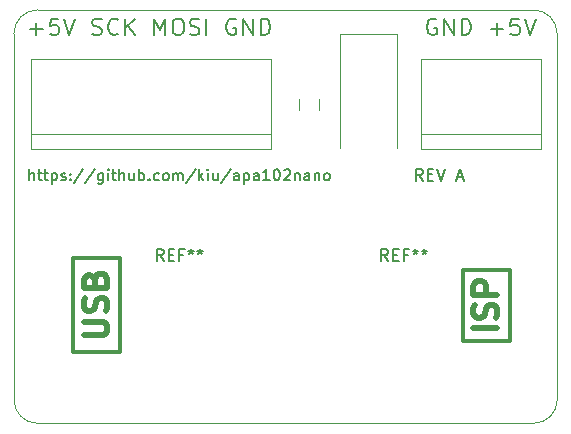
<source format=gto>
G04 #@! TF.GenerationSoftware,KiCad,Pcbnew,(6.0.0)*
G04 #@! TF.CreationDate,2022-01-15T23:36:52+01:00*
G04 #@! TF.ProjectId,apa102nano,61706131-3032-46e6-916e-6f2e6b696361,rev?*
G04 #@! TF.SameCoordinates,Original*
G04 #@! TF.FileFunction,Legend,Top*
G04 #@! TF.FilePolarity,Positive*
%FSLAX46Y46*%
G04 Gerber Fmt 4.6, Leading zero omitted, Abs format (unit mm)*
G04 Created by KiCad (PCBNEW (6.0.0)) date 2022-01-15 23:36:52*
%MOMM*%
%LPD*%
G01*
G04 APERTURE LIST*
%ADD10C,0.500000*%
%ADD11C,0.300000*%
G04 #@! TA.AperFunction,Profile*
%ADD12C,0.050000*%
G04 #@! TD*
%ADD13C,0.150000*%
%ADD14C,0.170000*%
%ADD15C,0.200000*%
%ADD16C,0.120000*%
%ADD17C,3.200000*%
%ADD18C,3.000000*%
%ADD19R,3.000000X3.000000*%
%ADD20R,1.250000X1.500000*%
%ADD21R,2.700000X3.750000*%
%ADD22C,1.524000*%
G04 APERTURE END LIST*
D10*
X99904761Y-72952380D02*
X97904761Y-72952380D01*
X99809523Y-72095238D02*
X99904761Y-71809523D01*
X99904761Y-71333333D01*
X99809523Y-71142857D01*
X99714285Y-71047619D01*
X99523809Y-70952380D01*
X99333333Y-70952380D01*
X99142857Y-71047619D01*
X99047619Y-71142857D01*
X98952380Y-71333333D01*
X98857142Y-71714285D01*
X98761904Y-71904761D01*
X98666666Y-72000000D01*
X98476190Y-72095238D01*
X98285714Y-72095238D01*
X98095238Y-72000000D01*
X98000000Y-71904761D01*
X97904761Y-71714285D01*
X97904761Y-71238095D01*
X98000000Y-70952380D01*
X99904761Y-70095238D02*
X97904761Y-70095238D01*
X97904761Y-69333333D01*
X98000000Y-69142857D01*
X98095238Y-69047619D01*
X98285714Y-68952380D01*
X98571428Y-68952380D01*
X98761904Y-69047619D01*
X98857142Y-69142857D01*
X98952380Y-69333333D01*
X98952380Y-70095238D01*
D11*
X101000000Y-74000000D02*
X97000000Y-74000000D01*
X101000000Y-68000000D02*
X101000000Y-74000000D01*
X97000000Y-74000000D02*
X97000000Y-68000000D01*
X97000000Y-68000000D02*
X101000000Y-68000000D01*
D12*
X103000000Y-46000000D02*
X61000000Y-46000000D01*
D11*
X64000000Y-75000000D02*
X64000000Y-67000000D01*
X68000000Y-67000000D02*
X68000000Y-75000000D01*
X68000000Y-75000000D02*
X64000000Y-75000000D01*
D12*
X105000000Y-48000000D02*
G75*
G03*
X103000000Y-46000000I-2000000J0D01*
G01*
X103000000Y-81000000D02*
G75*
G03*
X105000000Y-79000000I0J2000000D01*
G01*
X59000000Y-79000000D02*
G75*
G03*
X61000000Y-81000000I2000000J0D01*
G01*
X61000000Y-46000000D02*
G75*
G03*
X59000000Y-48000000I0J-2000000D01*
G01*
X105000000Y-79000000D02*
X105000000Y-48000000D01*
X61000000Y-81000000D02*
X103000000Y-81000000D01*
X59000000Y-48000000D02*
X59000000Y-79000000D01*
D11*
X64000000Y-67000000D02*
X68000000Y-67000000D01*
D10*
X64904761Y-73523809D02*
X66523809Y-73523809D01*
X66714285Y-73428571D01*
X66809523Y-73333333D01*
X66904761Y-73142857D01*
X66904761Y-72761904D01*
X66809523Y-72571428D01*
X66714285Y-72476190D01*
X66523809Y-72380952D01*
X64904761Y-72380952D01*
X66809523Y-71523809D02*
X66904761Y-71238095D01*
X66904761Y-70761904D01*
X66809523Y-70571428D01*
X66714285Y-70476190D01*
X66523809Y-70380952D01*
X66333333Y-70380952D01*
X66142857Y-70476190D01*
X66047619Y-70571428D01*
X65952380Y-70761904D01*
X65857142Y-71142857D01*
X65761904Y-71333333D01*
X65666666Y-71428571D01*
X65476190Y-71523809D01*
X65285714Y-71523809D01*
X65095238Y-71428571D01*
X65000000Y-71333333D01*
X64904761Y-71142857D01*
X64904761Y-70666666D01*
X65000000Y-70380952D01*
X65857142Y-68857142D02*
X65952380Y-68571428D01*
X66047619Y-68476190D01*
X66238095Y-68380952D01*
X66523809Y-68380952D01*
X66714285Y-68476190D01*
X66809523Y-68571428D01*
X66904761Y-68761904D01*
X66904761Y-69523809D01*
X64904761Y-69523809D01*
X64904761Y-68857142D01*
X65000000Y-68666666D01*
X65095238Y-68571428D01*
X65285714Y-68476190D01*
X65476190Y-68476190D01*
X65666666Y-68571428D01*
X65761904Y-68666666D01*
X65857142Y-68857142D01*
X65857142Y-69523809D01*
D13*
X93619047Y-60452380D02*
X93285714Y-59976190D01*
X93047619Y-60452380D02*
X93047619Y-59452380D01*
X93428571Y-59452380D01*
X93523809Y-59500000D01*
X93571428Y-59547619D01*
X93619047Y-59642857D01*
X93619047Y-59785714D01*
X93571428Y-59880952D01*
X93523809Y-59928571D01*
X93428571Y-59976190D01*
X93047619Y-59976190D01*
X94047619Y-59928571D02*
X94380952Y-59928571D01*
X94523809Y-60452380D02*
X94047619Y-60452380D01*
X94047619Y-59452380D01*
X94523809Y-59452380D01*
X94809523Y-59452380D02*
X95142857Y-60452380D01*
X95476190Y-59452380D01*
X96523809Y-60166666D02*
X97000000Y-60166666D01*
X96428571Y-60452380D02*
X96761904Y-59452380D01*
X97095238Y-60452380D01*
D14*
X60317142Y-60416190D02*
X60317142Y-59496190D01*
X60711428Y-60416190D02*
X60711428Y-59934285D01*
X60667619Y-59846666D01*
X60580000Y-59802857D01*
X60448571Y-59802857D01*
X60360952Y-59846666D01*
X60317142Y-59890476D01*
X61018095Y-59802857D02*
X61368571Y-59802857D01*
X61149523Y-59496190D02*
X61149523Y-60284761D01*
X61193333Y-60372380D01*
X61280952Y-60416190D01*
X61368571Y-60416190D01*
X61543809Y-59802857D02*
X61894285Y-59802857D01*
X61675238Y-59496190D02*
X61675238Y-60284761D01*
X61719047Y-60372380D01*
X61806666Y-60416190D01*
X61894285Y-60416190D01*
X62200952Y-59802857D02*
X62200952Y-60722857D01*
X62200952Y-59846666D02*
X62288571Y-59802857D01*
X62463809Y-59802857D01*
X62551428Y-59846666D01*
X62595238Y-59890476D01*
X62639047Y-59978095D01*
X62639047Y-60240952D01*
X62595238Y-60328571D01*
X62551428Y-60372380D01*
X62463809Y-60416190D01*
X62288571Y-60416190D01*
X62200952Y-60372380D01*
X62989523Y-60372380D02*
X63077142Y-60416190D01*
X63252380Y-60416190D01*
X63340000Y-60372380D01*
X63383809Y-60284761D01*
X63383809Y-60240952D01*
X63340000Y-60153333D01*
X63252380Y-60109523D01*
X63120952Y-60109523D01*
X63033333Y-60065714D01*
X62989523Y-59978095D01*
X62989523Y-59934285D01*
X63033333Y-59846666D01*
X63120952Y-59802857D01*
X63252380Y-59802857D01*
X63340000Y-59846666D01*
X63778095Y-60328571D02*
X63821904Y-60372380D01*
X63778095Y-60416190D01*
X63734285Y-60372380D01*
X63778095Y-60328571D01*
X63778095Y-60416190D01*
X63778095Y-59846666D02*
X63821904Y-59890476D01*
X63778095Y-59934285D01*
X63734285Y-59890476D01*
X63778095Y-59846666D01*
X63778095Y-59934285D01*
X64873333Y-59452380D02*
X64084761Y-60635238D01*
X65837142Y-59452380D02*
X65048571Y-60635238D01*
X66538095Y-59802857D02*
X66538095Y-60547619D01*
X66494285Y-60635238D01*
X66450476Y-60679047D01*
X66362857Y-60722857D01*
X66231428Y-60722857D01*
X66143809Y-60679047D01*
X66538095Y-60372380D02*
X66450476Y-60416190D01*
X66275238Y-60416190D01*
X66187619Y-60372380D01*
X66143809Y-60328571D01*
X66100000Y-60240952D01*
X66100000Y-59978095D01*
X66143809Y-59890476D01*
X66187619Y-59846666D01*
X66275238Y-59802857D01*
X66450476Y-59802857D01*
X66538095Y-59846666D01*
X66976190Y-60416190D02*
X66976190Y-59802857D01*
X66976190Y-59496190D02*
X66932380Y-59540000D01*
X66976190Y-59583809D01*
X67020000Y-59540000D01*
X66976190Y-59496190D01*
X66976190Y-59583809D01*
X67282857Y-59802857D02*
X67633333Y-59802857D01*
X67414285Y-59496190D02*
X67414285Y-60284761D01*
X67458095Y-60372380D01*
X67545714Y-60416190D01*
X67633333Y-60416190D01*
X67940000Y-60416190D02*
X67940000Y-59496190D01*
X68334285Y-60416190D02*
X68334285Y-59934285D01*
X68290476Y-59846666D01*
X68202857Y-59802857D01*
X68071428Y-59802857D01*
X67983809Y-59846666D01*
X67940000Y-59890476D01*
X69166666Y-59802857D02*
X69166666Y-60416190D01*
X68772380Y-59802857D02*
X68772380Y-60284761D01*
X68816190Y-60372380D01*
X68903809Y-60416190D01*
X69035238Y-60416190D01*
X69122857Y-60372380D01*
X69166666Y-60328571D01*
X69604761Y-60416190D02*
X69604761Y-59496190D01*
X69604761Y-59846666D02*
X69692380Y-59802857D01*
X69867619Y-59802857D01*
X69955238Y-59846666D01*
X69999047Y-59890476D01*
X70042857Y-59978095D01*
X70042857Y-60240952D01*
X69999047Y-60328571D01*
X69955238Y-60372380D01*
X69867619Y-60416190D01*
X69692380Y-60416190D01*
X69604761Y-60372380D01*
X70437142Y-60328571D02*
X70480952Y-60372380D01*
X70437142Y-60416190D01*
X70393333Y-60372380D01*
X70437142Y-60328571D01*
X70437142Y-60416190D01*
X71269523Y-60372380D02*
X71181904Y-60416190D01*
X71006666Y-60416190D01*
X70919047Y-60372380D01*
X70875238Y-60328571D01*
X70831428Y-60240952D01*
X70831428Y-59978095D01*
X70875238Y-59890476D01*
X70919047Y-59846666D01*
X71006666Y-59802857D01*
X71181904Y-59802857D01*
X71269523Y-59846666D01*
X71795238Y-60416190D02*
X71707619Y-60372380D01*
X71663809Y-60328571D01*
X71620000Y-60240952D01*
X71620000Y-59978095D01*
X71663809Y-59890476D01*
X71707619Y-59846666D01*
X71795238Y-59802857D01*
X71926666Y-59802857D01*
X72014285Y-59846666D01*
X72058095Y-59890476D01*
X72101904Y-59978095D01*
X72101904Y-60240952D01*
X72058095Y-60328571D01*
X72014285Y-60372380D01*
X71926666Y-60416190D01*
X71795238Y-60416190D01*
X72496190Y-60416190D02*
X72496190Y-59802857D01*
X72496190Y-59890476D02*
X72540000Y-59846666D01*
X72627619Y-59802857D01*
X72759047Y-59802857D01*
X72846666Y-59846666D01*
X72890476Y-59934285D01*
X72890476Y-60416190D01*
X72890476Y-59934285D02*
X72934285Y-59846666D01*
X73021904Y-59802857D01*
X73153333Y-59802857D01*
X73240952Y-59846666D01*
X73284761Y-59934285D01*
X73284761Y-60416190D01*
X74380000Y-59452380D02*
X73591428Y-60635238D01*
X74686666Y-60416190D02*
X74686666Y-59496190D01*
X74774285Y-60065714D02*
X75037142Y-60416190D01*
X75037142Y-59802857D02*
X74686666Y-60153333D01*
X75431428Y-60416190D02*
X75431428Y-59802857D01*
X75431428Y-59496190D02*
X75387619Y-59540000D01*
X75431428Y-59583809D01*
X75475238Y-59540000D01*
X75431428Y-59496190D01*
X75431428Y-59583809D01*
X76263809Y-59802857D02*
X76263809Y-60416190D01*
X75869523Y-59802857D02*
X75869523Y-60284761D01*
X75913333Y-60372380D01*
X76000952Y-60416190D01*
X76132380Y-60416190D01*
X76220000Y-60372380D01*
X76263809Y-60328571D01*
X77359047Y-59452380D02*
X76570476Y-60635238D01*
X78060000Y-60416190D02*
X78060000Y-59934285D01*
X78016190Y-59846666D01*
X77928571Y-59802857D01*
X77753333Y-59802857D01*
X77665714Y-59846666D01*
X78060000Y-60372380D02*
X77972380Y-60416190D01*
X77753333Y-60416190D01*
X77665714Y-60372380D01*
X77621904Y-60284761D01*
X77621904Y-60197142D01*
X77665714Y-60109523D01*
X77753333Y-60065714D01*
X77972380Y-60065714D01*
X78060000Y-60021904D01*
X78498095Y-59802857D02*
X78498095Y-60722857D01*
X78498095Y-59846666D02*
X78585714Y-59802857D01*
X78760952Y-59802857D01*
X78848571Y-59846666D01*
X78892380Y-59890476D01*
X78936190Y-59978095D01*
X78936190Y-60240952D01*
X78892380Y-60328571D01*
X78848571Y-60372380D01*
X78760952Y-60416190D01*
X78585714Y-60416190D01*
X78498095Y-60372380D01*
X79724761Y-60416190D02*
X79724761Y-59934285D01*
X79680952Y-59846666D01*
X79593333Y-59802857D01*
X79418095Y-59802857D01*
X79330476Y-59846666D01*
X79724761Y-60372380D02*
X79637142Y-60416190D01*
X79418095Y-60416190D01*
X79330476Y-60372380D01*
X79286666Y-60284761D01*
X79286666Y-60197142D01*
X79330476Y-60109523D01*
X79418095Y-60065714D01*
X79637142Y-60065714D01*
X79724761Y-60021904D01*
X80644761Y-60416190D02*
X80119047Y-60416190D01*
X80381904Y-60416190D02*
X80381904Y-59496190D01*
X80294285Y-59627619D01*
X80206666Y-59715238D01*
X80119047Y-59759047D01*
X81214285Y-59496190D02*
X81301904Y-59496190D01*
X81389523Y-59540000D01*
X81433333Y-59583809D01*
X81477142Y-59671428D01*
X81520952Y-59846666D01*
X81520952Y-60065714D01*
X81477142Y-60240952D01*
X81433333Y-60328571D01*
X81389523Y-60372380D01*
X81301904Y-60416190D01*
X81214285Y-60416190D01*
X81126666Y-60372380D01*
X81082857Y-60328571D01*
X81039047Y-60240952D01*
X80995238Y-60065714D01*
X80995238Y-59846666D01*
X81039047Y-59671428D01*
X81082857Y-59583809D01*
X81126666Y-59540000D01*
X81214285Y-59496190D01*
X81871428Y-59583809D02*
X81915238Y-59540000D01*
X82002857Y-59496190D01*
X82221904Y-59496190D01*
X82309523Y-59540000D01*
X82353333Y-59583809D01*
X82397142Y-59671428D01*
X82397142Y-59759047D01*
X82353333Y-59890476D01*
X81827619Y-60416190D01*
X82397142Y-60416190D01*
X82791428Y-59802857D02*
X82791428Y-60416190D01*
X82791428Y-59890476D02*
X82835238Y-59846666D01*
X82922857Y-59802857D01*
X83054285Y-59802857D01*
X83141904Y-59846666D01*
X83185714Y-59934285D01*
X83185714Y-60416190D01*
X84018095Y-60416190D02*
X84018095Y-59934285D01*
X83974285Y-59846666D01*
X83886666Y-59802857D01*
X83711428Y-59802857D01*
X83623809Y-59846666D01*
X84018095Y-60372380D02*
X83930476Y-60416190D01*
X83711428Y-60416190D01*
X83623809Y-60372380D01*
X83580000Y-60284761D01*
X83580000Y-60197142D01*
X83623809Y-60109523D01*
X83711428Y-60065714D01*
X83930476Y-60065714D01*
X84018095Y-60021904D01*
X84456190Y-59802857D02*
X84456190Y-60416190D01*
X84456190Y-59890476D02*
X84500000Y-59846666D01*
X84587619Y-59802857D01*
X84719047Y-59802857D01*
X84806666Y-59846666D01*
X84850476Y-59934285D01*
X84850476Y-60416190D01*
X85420000Y-60416190D02*
X85332380Y-60372380D01*
X85288571Y-60328571D01*
X85244761Y-60240952D01*
X85244761Y-59978095D01*
X85288571Y-59890476D01*
X85332380Y-59846666D01*
X85420000Y-59802857D01*
X85551428Y-59802857D01*
X85639047Y-59846666D01*
X85682857Y-59890476D01*
X85726666Y-59978095D01*
X85726666Y-60240952D01*
X85682857Y-60328571D01*
X85639047Y-60372380D01*
X85551428Y-60416190D01*
X85420000Y-60416190D01*
D15*
X94766666Y-46800000D02*
X94633333Y-46733333D01*
X94433333Y-46733333D01*
X94233333Y-46800000D01*
X94100000Y-46933333D01*
X94033333Y-47066666D01*
X93966666Y-47333333D01*
X93966666Y-47533333D01*
X94033333Y-47800000D01*
X94100000Y-47933333D01*
X94233333Y-48066666D01*
X94433333Y-48133333D01*
X94566666Y-48133333D01*
X94766666Y-48066666D01*
X94833333Y-48000000D01*
X94833333Y-47533333D01*
X94566666Y-47533333D01*
X95433333Y-48133333D02*
X95433333Y-46733333D01*
X96233333Y-48133333D01*
X96233333Y-46733333D01*
X96900000Y-48133333D02*
X96900000Y-46733333D01*
X97233333Y-46733333D01*
X97433333Y-46800000D01*
X97566666Y-46933333D01*
X97633333Y-47066666D01*
X97700000Y-47333333D01*
X97700000Y-47533333D01*
X97633333Y-47800000D01*
X97566666Y-47933333D01*
X97433333Y-48066666D01*
X97233333Y-48133333D01*
X96900000Y-48133333D01*
X99366666Y-47600000D02*
X100433333Y-47600000D01*
X99900000Y-48133333D02*
X99900000Y-47066666D01*
X101766666Y-46733333D02*
X101100000Y-46733333D01*
X101033333Y-47400000D01*
X101100000Y-47333333D01*
X101233333Y-47266666D01*
X101566666Y-47266666D01*
X101700000Y-47333333D01*
X101766666Y-47400000D01*
X101833333Y-47533333D01*
X101833333Y-47866666D01*
X101766666Y-48000000D01*
X101700000Y-48066666D01*
X101566666Y-48133333D01*
X101233333Y-48133333D01*
X101100000Y-48066666D01*
X101033333Y-48000000D01*
X102233333Y-46733333D02*
X102700000Y-48133333D01*
X103166666Y-46733333D01*
X60366666Y-47600000D02*
X61433333Y-47600000D01*
X60900000Y-48133333D02*
X60900000Y-47066666D01*
X62766666Y-46733333D02*
X62100000Y-46733333D01*
X62033333Y-47400000D01*
X62100000Y-47333333D01*
X62233333Y-47266666D01*
X62566666Y-47266666D01*
X62700000Y-47333333D01*
X62766666Y-47400000D01*
X62833333Y-47533333D01*
X62833333Y-47866666D01*
X62766666Y-48000000D01*
X62700000Y-48066666D01*
X62566666Y-48133333D01*
X62233333Y-48133333D01*
X62100000Y-48066666D01*
X62033333Y-48000000D01*
X63233333Y-46733333D02*
X63700000Y-48133333D01*
X64166666Y-46733333D01*
X65633333Y-48066666D02*
X65833333Y-48133333D01*
X66166666Y-48133333D01*
X66300000Y-48066666D01*
X66366666Y-48000000D01*
X66433333Y-47866666D01*
X66433333Y-47733333D01*
X66366666Y-47600000D01*
X66300000Y-47533333D01*
X66166666Y-47466666D01*
X65900000Y-47400000D01*
X65766666Y-47333333D01*
X65700000Y-47266666D01*
X65633333Y-47133333D01*
X65633333Y-47000000D01*
X65700000Y-46866666D01*
X65766666Y-46800000D01*
X65900000Y-46733333D01*
X66233333Y-46733333D01*
X66433333Y-46800000D01*
X67833333Y-48000000D02*
X67766666Y-48066666D01*
X67566666Y-48133333D01*
X67433333Y-48133333D01*
X67233333Y-48066666D01*
X67100000Y-47933333D01*
X67033333Y-47800000D01*
X66966666Y-47533333D01*
X66966666Y-47333333D01*
X67033333Y-47066666D01*
X67100000Y-46933333D01*
X67233333Y-46800000D01*
X67433333Y-46733333D01*
X67566666Y-46733333D01*
X67766666Y-46800000D01*
X67833333Y-46866666D01*
X68433333Y-48133333D02*
X68433333Y-46733333D01*
X69233333Y-48133333D02*
X68633333Y-47333333D01*
X69233333Y-46733333D02*
X68433333Y-47533333D01*
X70900000Y-48133333D02*
X70900000Y-46733333D01*
X71366666Y-47733333D01*
X71833333Y-46733333D01*
X71833333Y-48133333D01*
X72766666Y-46733333D02*
X73033333Y-46733333D01*
X73166666Y-46800000D01*
X73300000Y-46933333D01*
X73366666Y-47200000D01*
X73366666Y-47666666D01*
X73300000Y-47933333D01*
X73166666Y-48066666D01*
X73033333Y-48133333D01*
X72766666Y-48133333D01*
X72633333Y-48066666D01*
X72500000Y-47933333D01*
X72433333Y-47666666D01*
X72433333Y-47200000D01*
X72500000Y-46933333D01*
X72633333Y-46800000D01*
X72766666Y-46733333D01*
X73900000Y-48066666D02*
X74100000Y-48133333D01*
X74433333Y-48133333D01*
X74566666Y-48066666D01*
X74633333Y-48000000D01*
X74700000Y-47866666D01*
X74700000Y-47733333D01*
X74633333Y-47600000D01*
X74566666Y-47533333D01*
X74433333Y-47466666D01*
X74166666Y-47400000D01*
X74033333Y-47333333D01*
X73966666Y-47266666D01*
X73900000Y-47133333D01*
X73900000Y-47000000D01*
X73966666Y-46866666D01*
X74033333Y-46800000D01*
X74166666Y-46733333D01*
X74500000Y-46733333D01*
X74700000Y-46800000D01*
X75300000Y-48133333D02*
X75300000Y-46733333D01*
X77766666Y-46800000D02*
X77633333Y-46733333D01*
X77433333Y-46733333D01*
X77233333Y-46800000D01*
X77100000Y-46933333D01*
X77033333Y-47066666D01*
X76966666Y-47333333D01*
X76966666Y-47533333D01*
X77033333Y-47800000D01*
X77100000Y-47933333D01*
X77233333Y-48066666D01*
X77433333Y-48133333D01*
X77566666Y-48133333D01*
X77766666Y-48066666D01*
X77833333Y-48000000D01*
X77833333Y-47533333D01*
X77566666Y-47533333D01*
X78433333Y-48133333D02*
X78433333Y-46733333D01*
X79233333Y-48133333D01*
X79233333Y-46733333D01*
X79900000Y-48133333D02*
X79900000Y-46733333D01*
X80233333Y-46733333D01*
X80433333Y-46800000D01*
X80566666Y-46933333D01*
X80633333Y-47066666D01*
X80700000Y-47333333D01*
X80700000Y-47533333D01*
X80633333Y-47800000D01*
X80566666Y-47933333D01*
X80433333Y-48066666D01*
X80233333Y-48133333D01*
X79900000Y-48133333D01*
D13*
X71666666Y-67252380D02*
X71333333Y-66776190D01*
X71095238Y-67252380D02*
X71095238Y-66252380D01*
X71476190Y-66252380D01*
X71571428Y-66300000D01*
X71619047Y-66347619D01*
X71666666Y-66442857D01*
X71666666Y-66585714D01*
X71619047Y-66680952D01*
X71571428Y-66728571D01*
X71476190Y-66776190D01*
X71095238Y-66776190D01*
X72095238Y-66728571D02*
X72428571Y-66728571D01*
X72571428Y-67252380D02*
X72095238Y-67252380D01*
X72095238Y-66252380D01*
X72571428Y-66252380D01*
X73333333Y-66728571D02*
X73000000Y-66728571D01*
X73000000Y-67252380D02*
X73000000Y-66252380D01*
X73476190Y-66252380D01*
X74000000Y-66252380D02*
X74000000Y-66490476D01*
X73761904Y-66395238D02*
X74000000Y-66490476D01*
X74238095Y-66395238D01*
X73857142Y-66680952D02*
X74000000Y-66490476D01*
X74142857Y-66680952D01*
X74761904Y-66252380D02*
X74761904Y-66490476D01*
X74523809Y-66395238D02*
X74761904Y-66490476D01*
X75000000Y-66395238D01*
X74619047Y-66680952D02*
X74761904Y-66490476D01*
X74904761Y-66680952D01*
X90666666Y-67252380D02*
X90333333Y-66776190D01*
X90095238Y-67252380D02*
X90095238Y-66252380D01*
X90476190Y-66252380D01*
X90571428Y-66300000D01*
X90619047Y-66347619D01*
X90666666Y-66442857D01*
X90666666Y-66585714D01*
X90619047Y-66680952D01*
X90571428Y-66728571D01*
X90476190Y-66776190D01*
X90095238Y-66776190D01*
X91095238Y-66728571D02*
X91428571Y-66728571D01*
X91571428Y-67252380D02*
X91095238Y-67252380D01*
X91095238Y-66252380D01*
X91571428Y-66252380D01*
X92333333Y-66728571D02*
X92000000Y-66728571D01*
X92000000Y-67252380D02*
X92000000Y-66252380D01*
X92476190Y-66252380D01*
X93000000Y-66252380D02*
X93000000Y-66490476D01*
X92761904Y-66395238D02*
X93000000Y-66490476D01*
X93238095Y-66395238D01*
X92857142Y-66680952D02*
X93000000Y-66490476D01*
X93142857Y-66680952D01*
X93761904Y-66252380D02*
X93761904Y-66490476D01*
X93523809Y-66395238D02*
X93761904Y-66490476D01*
X94000000Y-66395238D01*
X93619047Y-66680952D02*
X93761904Y-66490476D01*
X93904761Y-66680952D01*
D16*
X60460000Y-50190000D02*
X60460000Y-57810000D01*
X80780000Y-57810000D02*
X80780000Y-50190000D01*
X80780000Y-56540000D02*
X60460000Y-56540000D01*
X60460000Y-50190000D02*
X80780000Y-50190000D01*
X60460000Y-57810000D02*
X80780000Y-57810000D01*
X103620000Y-56540000D02*
X93460000Y-56540000D01*
X103620000Y-57810000D02*
X103620000Y-50190000D01*
X103620000Y-50190000D02*
X93460000Y-50190000D01*
X93460000Y-50190000D02*
X93460000Y-57810000D01*
X93460000Y-57810000D02*
X103620000Y-57810000D01*
X84850000Y-54500000D02*
X84850000Y-53500000D01*
X83150000Y-53500000D02*
X83150000Y-54500000D01*
X91400000Y-48050000D02*
X86600000Y-48050000D01*
X86600000Y-48050000D02*
X86600000Y-57650000D01*
X91400000Y-48050000D02*
X91400000Y-57650000D01*
%LPC*%
D17*
X73000000Y-71000000D03*
X92000000Y-71000000D03*
D18*
X78240000Y-54000000D03*
D19*
X63000000Y-54000000D03*
D18*
X73160000Y-54000000D03*
X68080000Y-54000000D03*
X101080000Y-54000000D03*
D19*
X96000000Y-54000000D03*
D20*
X84000000Y-55250000D03*
X84000000Y-52750000D03*
D21*
X89000000Y-50225000D03*
X89000000Y-57775000D03*
D22*
X64490000Y-78350000D03*
X67030000Y-78350000D03*
X69570000Y-78350000D03*
X72110000Y-78350000D03*
X74650000Y-78350000D03*
X77190000Y-78350000D03*
X79730000Y-78350000D03*
X82270000Y-78350000D03*
X84810000Y-78350000D03*
X87350000Y-78350000D03*
X89890000Y-78350000D03*
X92430000Y-78350000D03*
X94970000Y-78350000D03*
X97510000Y-78350000D03*
X100050000Y-78350000D03*
X64490000Y-63110000D03*
X67030000Y-63110000D03*
X69570000Y-63110000D03*
X72110000Y-63110000D03*
X74650000Y-63110000D03*
X77190000Y-63110000D03*
X79730000Y-63110000D03*
X82270000Y-63110000D03*
X84810000Y-63110000D03*
X87350000Y-63110000D03*
X89890000Y-63110000D03*
X92430000Y-63110000D03*
X94970000Y-63110000D03*
X97510000Y-63110000D03*
X100050000Y-63110000D03*
M02*

</source>
